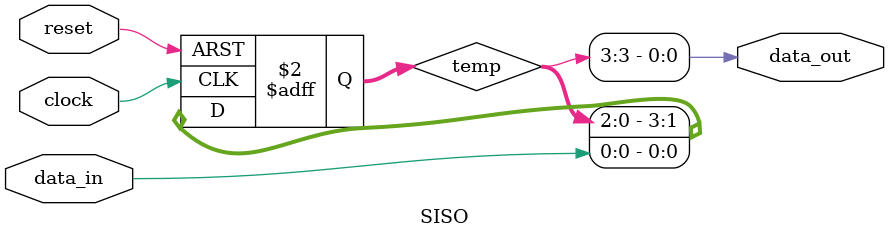
<source format=v>
module SISO(  output data_out,
              input data_in,clock,reset
    ); 
reg [3:0] temp;
always@(posedge clock or posedge reset) begin
if(reset)
temp <= 4'b0000;
else 
temp <= {temp[2:0],data_in};
end
assign data_out = temp[3];
endmodule


</source>
